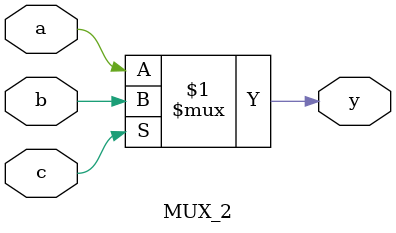
<source format=v>
`timescale 1ns / 1ps


module MUX_2(
input a,input b,input c,output y
    );
    assign y=c?b:a;
endmodule


</source>
